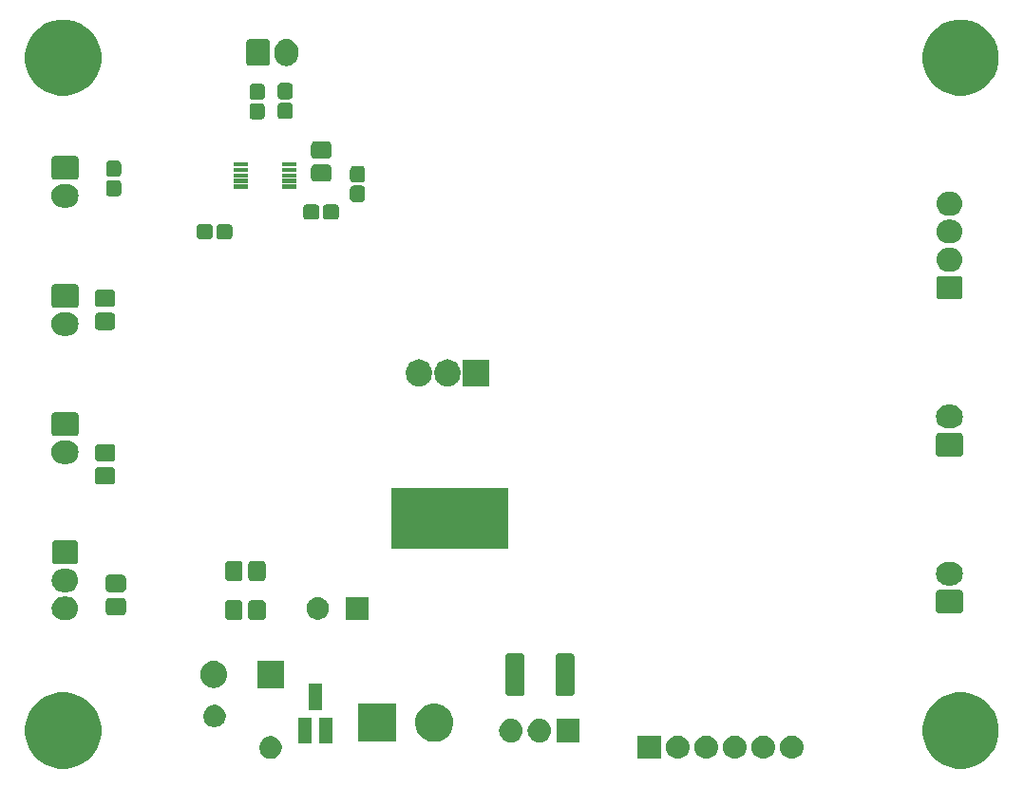
<source format=gbs>
G04 #@! TF.GenerationSoftware,KiCad,Pcbnew,5.0.2-bee76a0~70~ubuntu16.04.1*
G04 #@! TF.CreationDate,2019-01-02T19:21:14+00:00*
G04 #@! TF.ProjectId,stm32l053c,73746d33-326c-4303-9533-632e6b696361,rev?*
G04 #@! TF.SameCoordinates,Original*
G04 #@! TF.FileFunction,Soldermask,Bot*
G04 #@! TF.FilePolarity,Negative*
%FSLAX46Y46*%
G04 Gerber Fmt 4.6, Leading zero omitted, Abs format (unit mm)*
G04 Created by KiCad (PCBNEW 5.0.2-bee76a0~70~ubuntu16.04.1) date Wed 02 Jan 2019 19:21:14 GMT*
%MOMM*%
%LPD*%
G01*
G04 APERTURE LIST*
%ADD10C,0.101600*%
G04 APERTURE END LIST*
D10*
G36*
X170991743Y-114230660D02*
X171610504Y-114486959D01*
X172167374Y-114859048D01*
X172640952Y-115332626D01*
X173013041Y-115889496D01*
X173269340Y-116508257D01*
X173400000Y-117165129D01*
X173400000Y-117834871D01*
X173269340Y-118491743D01*
X173013041Y-119110504D01*
X172640952Y-119667374D01*
X172167374Y-120140952D01*
X171610504Y-120513041D01*
X170991743Y-120769340D01*
X170334871Y-120900000D01*
X169665129Y-120900000D01*
X169008257Y-120769340D01*
X168389496Y-120513041D01*
X167832626Y-120140952D01*
X167359048Y-119667374D01*
X166986959Y-119110504D01*
X166730660Y-118491743D01*
X166600000Y-117834871D01*
X166600000Y-117165129D01*
X166730660Y-116508257D01*
X166986959Y-115889496D01*
X167359048Y-115332626D01*
X167832626Y-114859048D01*
X168389496Y-114486959D01*
X169008257Y-114230660D01*
X169665129Y-114100000D01*
X170334871Y-114100000D01*
X170991743Y-114230660D01*
X170991743Y-114230660D01*
G37*
G36*
X90991743Y-114230660D02*
X91610504Y-114486959D01*
X92167374Y-114859048D01*
X92640952Y-115332626D01*
X93013041Y-115889496D01*
X93269340Y-116508257D01*
X93400000Y-117165129D01*
X93400000Y-117834871D01*
X93269340Y-118491743D01*
X93013041Y-119110504D01*
X92640952Y-119667374D01*
X92167374Y-120140952D01*
X91610504Y-120513041D01*
X90991743Y-120769340D01*
X90334871Y-120900000D01*
X89665129Y-120900000D01*
X89008257Y-120769340D01*
X88389496Y-120513041D01*
X87832626Y-120140952D01*
X87359048Y-119667374D01*
X86986959Y-119110504D01*
X86730660Y-118491743D01*
X86600000Y-117834871D01*
X86600000Y-117165129D01*
X86730660Y-116508257D01*
X86986959Y-115889496D01*
X87359048Y-115332626D01*
X87832626Y-114859048D01*
X88389496Y-114486959D01*
X89008257Y-114230660D01*
X89665129Y-114100000D01*
X90334871Y-114100000D01*
X90991743Y-114230660D01*
X90991743Y-114230660D01*
G37*
G36*
X150065836Y-117945193D02*
X150263762Y-118005233D01*
X150446171Y-118102733D01*
X150606054Y-118233946D01*
X150737267Y-118393829D01*
X150834767Y-118576238D01*
X150894807Y-118774164D01*
X150915080Y-118980000D01*
X150894807Y-119185836D01*
X150834767Y-119383762D01*
X150737267Y-119566171D01*
X150606054Y-119726054D01*
X150446171Y-119857267D01*
X150263762Y-119954767D01*
X150065836Y-120014807D01*
X149911578Y-120030000D01*
X149808422Y-120030000D01*
X149654164Y-120014807D01*
X149456238Y-119954767D01*
X149273829Y-119857267D01*
X149113946Y-119726054D01*
X148982733Y-119566171D01*
X148885233Y-119383762D01*
X148825193Y-119185836D01*
X148804920Y-118980000D01*
X148825193Y-118774164D01*
X148885233Y-118576238D01*
X148982733Y-118393829D01*
X149113946Y-118233946D01*
X149273829Y-118102733D01*
X149456238Y-118005233D01*
X149654164Y-117945193D01*
X149808422Y-117930000D01*
X149911578Y-117930000D01*
X150065836Y-117945193D01*
X150065836Y-117945193D01*
G37*
G36*
X152605836Y-117945193D02*
X152803762Y-118005233D01*
X152986171Y-118102733D01*
X153146054Y-118233946D01*
X153277267Y-118393829D01*
X153374767Y-118576238D01*
X153434807Y-118774164D01*
X153455080Y-118980000D01*
X153434807Y-119185836D01*
X153374767Y-119383762D01*
X153277267Y-119566171D01*
X153146054Y-119726054D01*
X152986171Y-119857267D01*
X152803762Y-119954767D01*
X152605836Y-120014807D01*
X152451578Y-120030000D01*
X152348422Y-120030000D01*
X152194164Y-120014807D01*
X151996238Y-119954767D01*
X151813829Y-119857267D01*
X151653946Y-119726054D01*
X151522733Y-119566171D01*
X151425233Y-119383762D01*
X151365193Y-119185836D01*
X151344920Y-118980000D01*
X151365193Y-118774164D01*
X151425233Y-118576238D01*
X151522733Y-118393829D01*
X151653946Y-118233946D01*
X151813829Y-118102733D01*
X151996238Y-118005233D01*
X152194164Y-117945193D01*
X152348422Y-117930000D01*
X152451578Y-117930000D01*
X152605836Y-117945193D01*
X152605836Y-117945193D01*
G37*
G36*
X155145836Y-117945193D02*
X155343762Y-118005233D01*
X155526171Y-118102733D01*
X155686054Y-118233946D01*
X155817267Y-118393829D01*
X155914767Y-118576238D01*
X155974807Y-118774164D01*
X155995080Y-118980000D01*
X155974807Y-119185836D01*
X155914767Y-119383762D01*
X155817267Y-119566171D01*
X155686054Y-119726054D01*
X155526171Y-119857267D01*
X155343762Y-119954767D01*
X155145836Y-120014807D01*
X154991578Y-120030000D01*
X154888422Y-120030000D01*
X154734164Y-120014807D01*
X154536238Y-119954767D01*
X154353829Y-119857267D01*
X154193946Y-119726054D01*
X154062733Y-119566171D01*
X153965233Y-119383762D01*
X153905193Y-119185836D01*
X153884920Y-118980000D01*
X153905193Y-118774164D01*
X153965233Y-118576238D01*
X154062733Y-118393829D01*
X154193946Y-118233946D01*
X154353829Y-118102733D01*
X154536238Y-118005233D01*
X154734164Y-117945193D01*
X154888422Y-117930000D01*
X154991578Y-117930000D01*
X155145836Y-117945193D01*
X155145836Y-117945193D01*
G37*
G36*
X144985836Y-117945193D02*
X145183762Y-118005233D01*
X145366171Y-118102733D01*
X145526054Y-118233946D01*
X145657267Y-118393829D01*
X145754767Y-118576238D01*
X145814807Y-118774164D01*
X145835080Y-118980000D01*
X145814807Y-119185836D01*
X145754767Y-119383762D01*
X145657267Y-119566171D01*
X145526054Y-119726054D01*
X145366171Y-119857267D01*
X145183762Y-119954767D01*
X144985836Y-120014807D01*
X144831578Y-120030000D01*
X144728422Y-120030000D01*
X144574164Y-120014807D01*
X144376238Y-119954767D01*
X144193829Y-119857267D01*
X144033946Y-119726054D01*
X143902733Y-119566171D01*
X143805233Y-119383762D01*
X143745193Y-119185836D01*
X143724920Y-118980000D01*
X143745193Y-118774164D01*
X143805233Y-118576238D01*
X143902733Y-118393829D01*
X144033946Y-118233946D01*
X144193829Y-118102733D01*
X144376238Y-118005233D01*
X144574164Y-117945193D01*
X144728422Y-117930000D01*
X144831578Y-117930000D01*
X144985836Y-117945193D01*
X144985836Y-117945193D01*
G37*
G36*
X143290000Y-120030000D02*
X141190000Y-120030000D01*
X141190000Y-117930000D01*
X143290000Y-117930000D01*
X143290000Y-120030000D01*
X143290000Y-120030000D01*
G37*
G36*
X147525836Y-117945193D02*
X147723762Y-118005233D01*
X147906171Y-118102733D01*
X148066054Y-118233946D01*
X148197267Y-118393829D01*
X148294767Y-118576238D01*
X148354807Y-118774164D01*
X148375080Y-118980000D01*
X148354807Y-119185836D01*
X148294767Y-119383762D01*
X148197267Y-119566171D01*
X148066054Y-119726054D01*
X147906171Y-119857267D01*
X147723762Y-119954767D01*
X147525836Y-120014807D01*
X147371578Y-120030000D01*
X147268422Y-120030000D01*
X147114164Y-120014807D01*
X146916238Y-119954767D01*
X146733829Y-119857267D01*
X146573946Y-119726054D01*
X146442733Y-119566171D01*
X146345233Y-119383762D01*
X146285193Y-119185836D01*
X146264920Y-118980000D01*
X146285193Y-118774164D01*
X146345233Y-118576238D01*
X146442733Y-118393829D01*
X146573946Y-118233946D01*
X146733829Y-118102733D01*
X146916238Y-118005233D01*
X147114164Y-117945193D01*
X147268422Y-117930000D01*
X147371578Y-117930000D01*
X147525836Y-117945193D01*
X147525836Y-117945193D01*
G37*
G36*
X108791689Y-118038429D02*
X108791692Y-118038430D01*
X108791691Y-118038430D01*
X108973678Y-118113811D01*
X109137462Y-118223248D01*
X109276752Y-118362538D01*
X109297659Y-118393828D01*
X109386189Y-118526322D01*
X109461571Y-118708311D01*
X109500000Y-118901509D01*
X109500000Y-119098491D01*
X109461571Y-119291689D01*
X109386189Y-119473678D01*
X109276751Y-119637463D01*
X109137463Y-119776751D01*
X108973678Y-119886189D01*
X108791689Y-119961571D01*
X108598491Y-120000000D01*
X108401509Y-120000000D01*
X108208311Y-119961571D01*
X108026322Y-119886189D01*
X107862537Y-119776751D01*
X107723249Y-119637463D01*
X107613811Y-119473678D01*
X107538429Y-119291689D01*
X107500000Y-119098491D01*
X107500000Y-118901509D01*
X107538429Y-118708311D01*
X107613811Y-118526322D01*
X107702341Y-118393828D01*
X107723248Y-118362538D01*
X107862538Y-118223248D01*
X108026322Y-118113811D01*
X108208309Y-118038430D01*
X108208308Y-118038430D01*
X108208311Y-118038429D01*
X108401509Y-118000000D01*
X108598491Y-118000000D01*
X108791689Y-118038429D01*
X108791689Y-118038429D01*
G37*
G36*
X112150000Y-118650000D02*
X110950000Y-118650000D01*
X110950000Y-116350000D01*
X112150000Y-116350000D01*
X112150000Y-118650000D01*
X112150000Y-118650000D01*
G37*
G36*
X114050000Y-118650000D02*
X112850000Y-118650000D01*
X112850000Y-116350000D01*
X114050000Y-116350000D01*
X114050000Y-118650000D01*
X114050000Y-118650000D01*
G37*
G36*
X130125836Y-116465193D02*
X130323762Y-116525233D01*
X130506171Y-116622733D01*
X130666054Y-116753946D01*
X130797267Y-116913829D01*
X130894767Y-117096238D01*
X130954807Y-117294164D01*
X130975080Y-117500000D01*
X130954807Y-117705836D01*
X130894767Y-117903762D01*
X130797267Y-118086171D01*
X130666054Y-118246054D01*
X130506171Y-118377267D01*
X130323762Y-118474767D01*
X130125836Y-118534807D01*
X129971578Y-118550000D01*
X129868422Y-118550000D01*
X129714164Y-118534807D01*
X129516238Y-118474767D01*
X129333829Y-118377267D01*
X129173946Y-118246054D01*
X129042733Y-118086171D01*
X128945233Y-117903762D01*
X128885193Y-117705836D01*
X128864920Y-117500000D01*
X128885193Y-117294164D01*
X128945233Y-117096238D01*
X129042733Y-116913829D01*
X129173946Y-116753946D01*
X129333829Y-116622733D01*
X129516238Y-116525233D01*
X129714164Y-116465193D01*
X129868422Y-116450000D01*
X129971578Y-116450000D01*
X130125836Y-116465193D01*
X130125836Y-116465193D01*
G37*
G36*
X132665836Y-116465193D02*
X132863762Y-116525233D01*
X133046171Y-116622733D01*
X133206054Y-116753946D01*
X133337267Y-116913829D01*
X133434767Y-117096238D01*
X133494807Y-117294164D01*
X133515080Y-117500000D01*
X133494807Y-117705836D01*
X133434767Y-117903762D01*
X133337267Y-118086171D01*
X133206054Y-118246054D01*
X133046171Y-118377267D01*
X132863762Y-118474767D01*
X132665836Y-118534807D01*
X132511578Y-118550000D01*
X132408422Y-118550000D01*
X132254164Y-118534807D01*
X132056238Y-118474767D01*
X131873829Y-118377267D01*
X131713946Y-118246054D01*
X131582733Y-118086171D01*
X131485233Y-117903762D01*
X131425193Y-117705836D01*
X131404920Y-117500000D01*
X131425193Y-117294164D01*
X131485233Y-117096238D01*
X131582733Y-116913829D01*
X131713946Y-116753946D01*
X131873829Y-116622733D01*
X132056238Y-116525233D01*
X132254164Y-116465193D01*
X132408422Y-116450000D01*
X132511578Y-116450000D01*
X132665836Y-116465193D01*
X132665836Y-116465193D01*
G37*
G36*
X136050000Y-118550000D02*
X133950000Y-118550000D01*
X133950000Y-116450000D01*
X136050000Y-116450000D01*
X136050000Y-118550000D01*
X136050000Y-118550000D01*
G37*
G36*
X119700000Y-118500000D02*
X116300000Y-118500000D01*
X116300000Y-115100000D01*
X119700000Y-115100000D01*
X119700000Y-118500000D01*
X119700000Y-118500000D01*
G37*
G36*
X123575873Y-115165330D02*
X123752352Y-115238430D01*
X123885252Y-115293479D01*
X124163687Y-115479523D01*
X124400477Y-115716313D01*
X124516194Y-115889496D01*
X124586521Y-115994748D01*
X124714670Y-116304127D01*
X124743686Y-116450000D01*
X124780000Y-116632565D01*
X124780000Y-116967435D01*
X124714670Y-117295872D01*
X124586521Y-117605252D01*
X124400477Y-117883687D01*
X124163687Y-118120477D01*
X123993868Y-118233946D01*
X123885252Y-118306521D01*
X123575873Y-118434670D01*
X123247435Y-118500000D01*
X122912565Y-118500000D01*
X122584127Y-118434670D01*
X122274748Y-118306521D01*
X122166132Y-118233946D01*
X121996313Y-118120477D01*
X121759523Y-117883687D01*
X121573479Y-117605252D01*
X121445330Y-117295872D01*
X121380000Y-116967435D01*
X121380000Y-116632565D01*
X121416314Y-116450000D01*
X121445330Y-116304127D01*
X121573479Y-115994748D01*
X121643806Y-115889496D01*
X121759523Y-115716313D01*
X121996313Y-115479523D01*
X122274748Y-115293479D01*
X122407648Y-115238430D01*
X122584127Y-115165330D01*
X122912565Y-115100000D01*
X123247435Y-115100000D01*
X123575873Y-115165330D01*
X123575873Y-115165330D01*
G37*
G36*
X103791689Y-115238429D02*
X103973678Y-115313811D01*
X104137463Y-115423249D01*
X104276751Y-115562537D01*
X104386189Y-115726322D01*
X104461571Y-115908311D01*
X104500000Y-116101509D01*
X104500000Y-116298491D01*
X104461571Y-116491689D01*
X104461570Y-116491691D01*
X104386189Y-116673678D01*
X104332556Y-116753946D01*
X104276751Y-116837463D01*
X104137463Y-116976751D01*
X103973678Y-117086189D01*
X103791689Y-117161571D01*
X103598491Y-117200000D01*
X103401509Y-117200000D01*
X103208311Y-117161571D01*
X103026322Y-117086189D01*
X102862537Y-116976751D01*
X102723249Y-116837463D01*
X102667445Y-116753946D01*
X102613811Y-116673678D01*
X102538430Y-116491691D01*
X102538429Y-116491689D01*
X102500000Y-116298491D01*
X102500000Y-116101509D01*
X102538429Y-115908311D01*
X102613811Y-115726322D01*
X102723249Y-115562537D01*
X102862537Y-115423249D01*
X103026322Y-115313811D01*
X103208311Y-115238429D01*
X103401509Y-115200000D01*
X103598491Y-115200000D01*
X103791689Y-115238429D01*
X103791689Y-115238429D01*
G37*
G36*
X113100000Y-115650000D02*
X111900000Y-115650000D01*
X111900000Y-113350000D01*
X113100000Y-113350000D01*
X113100000Y-115650000D01*
X113100000Y-115650000D01*
G37*
G36*
X135324221Y-110606106D02*
X135382633Y-110623825D01*
X135436476Y-110652605D01*
X135483667Y-110691333D01*
X135522395Y-110738524D01*
X135551175Y-110792367D01*
X135568894Y-110850779D01*
X135575000Y-110912772D01*
X135575000Y-114087228D01*
X135568894Y-114149221D01*
X135551175Y-114207633D01*
X135522395Y-114261476D01*
X135483667Y-114308667D01*
X135436476Y-114347395D01*
X135382633Y-114376175D01*
X135324221Y-114393894D01*
X135262228Y-114400000D01*
X134187772Y-114400000D01*
X134125779Y-114393894D01*
X134067367Y-114376175D01*
X134013524Y-114347395D01*
X133966333Y-114308667D01*
X133927605Y-114261476D01*
X133898825Y-114207633D01*
X133881106Y-114149221D01*
X133875000Y-114087228D01*
X133875000Y-110912772D01*
X133881106Y-110850779D01*
X133898825Y-110792367D01*
X133927605Y-110738524D01*
X133966333Y-110691333D01*
X134013524Y-110652605D01*
X134067367Y-110623825D01*
X134125779Y-110606106D01*
X134187772Y-110600000D01*
X135262228Y-110600000D01*
X135324221Y-110606106D01*
X135324221Y-110606106D01*
G37*
G36*
X130874221Y-110606106D02*
X130932633Y-110623825D01*
X130986476Y-110652605D01*
X131033667Y-110691333D01*
X131072395Y-110738524D01*
X131101175Y-110792367D01*
X131118894Y-110850779D01*
X131125000Y-110912772D01*
X131125000Y-114087228D01*
X131118894Y-114149221D01*
X131101175Y-114207633D01*
X131072395Y-114261476D01*
X131033667Y-114308667D01*
X130986476Y-114347395D01*
X130932633Y-114376175D01*
X130874221Y-114393894D01*
X130812228Y-114400000D01*
X129737772Y-114400000D01*
X129675779Y-114393894D01*
X129617367Y-114376175D01*
X129563524Y-114347395D01*
X129516333Y-114308667D01*
X129477605Y-114261476D01*
X129448825Y-114207633D01*
X129431106Y-114149221D01*
X129425000Y-114087228D01*
X129425000Y-110912772D01*
X129431106Y-110850779D01*
X129448825Y-110792367D01*
X129477605Y-110738524D01*
X129516333Y-110691333D01*
X129563524Y-110652605D01*
X129617367Y-110623825D01*
X129675779Y-110606106D01*
X129737772Y-110600000D01*
X130812228Y-110600000D01*
X130874221Y-110606106D01*
X130874221Y-110606106D01*
G37*
G36*
X103655241Y-111317363D02*
X103655244Y-111317364D01*
X103655245Y-111317364D01*
X103881439Y-111385979D01*
X103940626Y-111417615D01*
X104089910Y-111497409D01*
X104272634Y-111647366D01*
X104422591Y-111830090D01*
X104502385Y-111979374D01*
X104534021Y-112038561D01*
X104602636Y-112264755D01*
X104602637Y-112264759D01*
X104625806Y-112500000D01*
X104602637Y-112735241D01*
X104602636Y-112735244D01*
X104602636Y-112735245D01*
X104534021Y-112961439D01*
X104534019Y-112961442D01*
X104422591Y-113169910D01*
X104272634Y-113352634D01*
X104089910Y-113502591D01*
X103940626Y-113582385D01*
X103881439Y-113614021D01*
X103655245Y-113682636D01*
X103655244Y-113682636D01*
X103655241Y-113682637D01*
X103478950Y-113700000D01*
X103361050Y-113700000D01*
X103184759Y-113682637D01*
X103184756Y-113682636D01*
X103184755Y-113682636D01*
X102958561Y-113614021D01*
X102899374Y-113582385D01*
X102750090Y-113502591D01*
X102567366Y-113352634D01*
X102417409Y-113169910D01*
X102305981Y-112961442D01*
X102305979Y-112961439D01*
X102237364Y-112735245D01*
X102237364Y-112735244D01*
X102237363Y-112735241D01*
X102214194Y-112500000D01*
X102237363Y-112264759D01*
X102237364Y-112264755D01*
X102305979Y-112038561D01*
X102337615Y-111979374D01*
X102417409Y-111830090D01*
X102567366Y-111647366D01*
X102750090Y-111497409D01*
X102899374Y-111417615D01*
X102958561Y-111385979D01*
X103184755Y-111317364D01*
X103184756Y-111317364D01*
X103184759Y-111317363D01*
X103361050Y-111300000D01*
X103478950Y-111300000D01*
X103655241Y-111317363D01*
X103655241Y-111317363D01*
G37*
G36*
X109700000Y-113700000D02*
X107300000Y-113700000D01*
X107300000Y-111300000D01*
X109700000Y-111300000D01*
X109700000Y-113700000D01*
X109700000Y-113700000D01*
G37*
G36*
X107790135Y-105856322D02*
X107850666Y-105874684D01*
X107906460Y-105904507D01*
X107955361Y-105944639D01*
X107995493Y-105993540D01*
X108025316Y-106049334D01*
X108043678Y-106109865D01*
X108050000Y-106174057D01*
X108050000Y-107325943D01*
X108043678Y-107390135D01*
X108025316Y-107450666D01*
X107995493Y-107506460D01*
X107955361Y-107555361D01*
X107906460Y-107595493D01*
X107850666Y-107625316D01*
X107790135Y-107643678D01*
X107725943Y-107650000D01*
X106824057Y-107650000D01*
X106759865Y-107643678D01*
X106699334Y-107625316D01*
X106643540Y-107595493D01*
X106594639Y-107555361D01*
X106554507Y-107506460D01*
X106524684Y-107450666D01*
X106506322Y-107390135D01*
X106500000Y-107325943D01*
X106500000Y-106174057D01*
X106506322Y-106109865D01*
X106524684Y-106049334D01*
X106554507Y-105993540D01*
X106594639Y-105944639D01*
X106643540Y-105904507D01*
X106699334Y-105874684D01*
X106759865Y-105856322D01*
X106824057Y-105850000D01*
X107725943Y-105850000D01*
X107790135Y-105856322D01*
X107790135Y-105856322D01*
G37*
G36*
X90500836Y-105565193D02*
X90698762Y-105625233D01*
X90881171Y-105722733D01*
X91041054Y-105853946D01*
X91172267Y-106013829D01*
X91269767Y-106196238D01*
X91329807Y-106394164D01*
X91350080Y-106600000D01*
X91329807Y-106805836D01*
X91269767Y-107003762D01*
X91172267Y-107186171D01*
X91041054Y-107346054D01*
X90881171Y-107477267D01*
X90698762Y-107574767D01*
X90500836Y-107634807D01*
X90346578Y-107650000D01*
X89993422Y-107650000D01*
X89839164Y-107634807D01*
X89641238Y-107574767D01*
X89458829Y-107477267D01*
X89298946Y-107346054D01*
X89167733Y-107186171D01*
X89070233Y-107003762D01*
X89010193Y-106805836D01*
X88989920Y-106600000D01*
X89010193Y-106394164D01*
X89070233Y-106196238D01*
X89167733Y-106013829D01*
X89298946Y-105853946D01*
X89458829Y-105722733D01*
X89641238Y-105625233D01*
X89839164Y-105565193D01*
X89993422Y-105550000D01*
X90346578Y-105550000D01*
X90500836Y-105565193D01*
X90500836Y-105565193D01*
G37*
G36*
X105740135Y-105856322D02*
X105800666Y-105874684D01*
X105856460Y-105904507D01*
X105905361Y-105944639D01*
X105945493Y-105993540D01*
X105975316Y-106049334D01*
X105993678Y-106109865D01*
X106000000Y-106174057D01*
X106000000Y-107325943D01*
X105993678Y-107390135D01*
X105975316Y-107450666D01*
X105945493Y-107506460D01*
X105905361Y-107555361D01*
X105856460Y-107595493D01*
X105800666Y-107625316D01*
X105740135Y-107643678D01*
X105675943Y-107650000D01*
X104774057Y-107650000D01*
X104709865Y-107643678D01*
X104649334Y-107625316D01*
X104593540Y-107595493D01*
X104544639Y-107555361D01*
X104504507Y-107506460D01*
X104474684Y-107450666D01*
X104456322Y-107390135D01*
X104450000Y-107325943D01*
X104450000Y-106174057D01*
X104456322Y-106109865D01*
X104474684Y-106049334D01*
X104504507Y-105993540D01*
X104544639Y-105944639D01*
X104593540Y-105904507D01*
X104649334Y-105874684D01*
X104709865Y-105856322D01*
X104774057Y-105850000D01*
X105675943Y-105850000D01*
X105740135Y-105856322D01*
X105740135Y-105856322D01*
G37*
G36*
X112991689Y-105638429D02*
X113081546Y-105675649D01*
X113173678Y-105713811D01*
X113337462Y-105823248D01*
X113476752Y-105962538D01*
X113534747Y-106049334D01*
X113586189Y-106126322D01*
X113661571Y-106308311D01*
X113700000Y-106501509D01*
X113700000Y-106698491D01*
X113661571Y-106891689D01*
X113595997Y-107050000D01*
X113586189Y-107073678D01*
X113476752Y-107237462D01*
X113337462Y-107376752D01*
X113239825Y-107441991D01*
X113173678Y-107486189D01*
X112991689Y-107561571D01*
X112798491Y-107600000D01*
X112601509Y-107600000D01*
X112408311Y-107561571D01*
X112226322Y-107486189D01*
X112160175Y-107441991D01*
X112062538Y-107376752D01*
X111923248Y-107237462D01*
X111813811Y-107073678D01*
X111804003Y-107050000D01*
X111738429Y-106891689D01*
X111700000Y-106698491D01*
X111700000Y-106501509D01*
X111738429Y-106308311D01*
X111813811Y-106126322D01*
X111865253Y-106049334D01*
X111923248Y-105962538D01*
X112062538Y-105823248D01*
X112226322Y-105713811D01*
X112318454Y-105675649D01*
X112408311Y-105638429D01*
X112601509Y-105600000D01*
X112798491Y-105600000D01*
X112991689Y-105638429D01*
X112991689Y-105638429D01*
G37*
G36*
X117200000Y-107600000D02*
X115200000Y-107600000D01*
X115200000Y-105600000D01*
X117200000Y-105600000D01*
X117200000Y-107600000D01*
X117200000Y-107600000D01*
G37*
G36*
X95340135Y-105656322D02*
X95400666Y-105674684D01*
X95456460Y-105704507D01*
X95505361Y-105744639D01*
X95545493Y-105793540D01*
X95575316Y-105849334D01*
X95593678Y-105909865D01*
X95600000Y-105974057D01*
X95600000Y-106875943D01*
X95593678Y-106940135D01*
X95575316Y-107000666D01*
X95545493Y-107056460D01*
X95505361Y-107105361D01*
X95456460Y-107145493D01*
X95400666Y-107175316D01*
X95340135Y-107193678D01*
X95275943Y-107200000D01*
X94124057Y-107200000D01*
X94059865Y-107193678D01*
X93999334Y-107175316D01*
X93943540Y-107145493D01*
X93894639Y-107105361D01*
X93854507Y-107056460D01*
X93824684Y-107000666D01*
X93806322Y-106940135D01*
X93800000Y-106875943D01*
X93800000Y-105974057D01*
X93806322Y-105909865D01*
X93824684Y-105849334D01*
X93854507Y-105793540D01*
X93894639Y-105744639D01*
X93943540Y-105704507D01*
X93999334Y-105674684D01*
X94059865Y-105656322D01*
X94124057Y-105650000D01*
X95275943Y-105650000D01*
X95340135Y-105656322D01*
X95340135Y-105656322D01*
G37*
G36*
X169965606Y-104955714D02*
X170020208Y-104972277D01*
X170070526Y-104999173D01*
X170114631Y-105035369D01*
X170150827Y-105079474D01*
X170177723Y-105129792D01*
X170194286Y-105184394D01*
X170200000Y-105242408D01*
X170200000Y-106757592D01*
X170194286Y-106815606D01*
X170177723Y-106870208D01*
X170150827Y-106920526D01*
X170114631Y-106964631D01*
X170070526Y-107000827D01*
X170020208Y-107027723D01*
X169965606Y-107044286D01*
X169907592Y-107050000D01*
X168092408Y-107050000D01*
X168034394Y-107044286D01*
X167979792Y-107027723D01*
X167929474Y-107000827D01*
X167885369Y-106964631D01*
X167849173Y-106920526D01*
X167822277Y-106870208D01*
X167805714Y-106815606D01*
X167800000Y-106757592D01*
X167800000Y-105242408D01*
X167805714Y-105184394D01*
X167822277Y-105129792D01*
X167849173Y-105079474D01*
X167885369Y-105035369D01*
X167929474Y-104999173D01*
X167979792Y-104972277D01*
X168034394Y-104955714D01*
X168092408Y-104950000D01*
X169907592Y-104950000D01*
X169965606Y-104955714D01*
X169965606Y-104955714D01*
G37*
G36*
X95340135Y-103606322D02*
X95400666Y-103624684D01*
X95456460Y-103654507D01*
X95505361Y-103694639D01*
X95545493Y-103743540D01*
X95575316Y-103799334D01*
X95593678Y-103859865D01*
X95600000Y-103924057D01*
X95600000Y-104825943D01*
X95593678Y-104890135D01*
X95575316Y-104950666D01*
X95545493Y-105006460D01*
X95505361Y-105055361D01*
X95456460Y-105095493D01*
X95400666Y-105125316D01*
X95340135Y-105143678D01*
X95275943Y-105150000D01*
X94124057Y-105150000D01*
X94059865Y-105143678D01*
X93999334Y-105125316D01*
X93943540Y-105095493D01*
X93894639Y-105055361D01*
X93854507Y-105006460D01*
X93824684Y-104950666D01*
X93806322Y-104890135D01*
X93800000Y-104825943D01*
X93800000Y-103924057D01*
X93806322Y-103859865D01*
X93824684Y-103799334D01*
X93854507Y-103743540D01*
X93894639Y-103694639D01*
X93943540Y-103654507D01*
X93999334Y-103624684D01*
X94059865Y-103606322D01*
X94124057Y-103600000D01*
X95275943Y-103600000D01*
X95340135Y-103606322D01*
X95340135Y-103606322D01*
G37*
G36*
X90500836Y-103065193D02*
X90698762Y-103125233D01*
X90881171Y-103222733D01*
X91041054Y-103353946D01*
X91172267Y-103513829D01*
X91269767Y-103696238D01*
X91329807Y-103894164D01*
X91350080Y-104100000D01*
X91329807Y-104305836D01*
X91269767Y-104503762D01*
X91172267Y-104686171D01*
X91041054Y-104846054D01*
X90881171Y-104977267D01*
X90698762Y-105074767D01*
X90500836Y-105134807D01*
X90346578Y-105150000D01*
X89993422Y-105150000D01*
X89839164Y-105134807D01*
X89641238Y-105074767D01*
X89458829Y-104977267D01*
X89298946Y-104846054D01*
X89167733Y-104686171D01*
X89070233Y-104503762D01*
X89010193Y-104305836D01*
X88989920Y-104100000D01*
X89010193Y-103894164D01*
X89070233Y-103696238D01*
X89167733Y-103513829D01*
X89298946Y-103353946D01*
X89458829Y-103222733D01*
X89641238Y-103125233D01*
X89839164Y-103065193D01*
X89993422Y-103050000D01*
X90346578Y-103050000D01*
X90500836Y-103065193D01*
X90500836Y-103065193D01*
G37*
G36*
X169355836Y-102465193D02*
X169553762Y-102525233D01*
X169736171Y-102622733D01*
X169896054Y-102753946D01*
X170027267Y-102913829D01*
X170124767Y-103096238D01*
X170184807Y-103294164D01*
X170205080Y-103500000D01*
X170184807Y-103705836D01*
X170124767Y-103903762D01*
X170027267Y-104086171D01*
X169896054Y-104246054D01*
X169736171Y-104377267D01*
X169553762Y-104474767D01*
X169355836Y-104534807D01*
X169201578Y-104550000D01*
X168798422Y-104550000D01*
X168644164Y-104534807D01*
X168446238Y-104474767D01*
X168263829Y-104377267D01*
X168103946Y-104246054D01*
X167972733Y-104086171D01*
X167875233Y-103903762D01*
X167815193Y-103705836D01*
X167794920Y-103500000D01*
X167815193Y-103294164D01*
X167875233Y-103096238D01*
X167972733Y-102913829D01*
X168103946Y-102753946D01*
X168263829Y-102622733D01*
X168446238Y-102525233D01*
X168644164Y-102465193D01*
X168798422Y-102450000D01*
X169201578Y-102450000D01*
X169355836Y-102465193D01*
X169355836Y-102465193D01*
G37*
G36*
X107790135Y-102356322D02*
X107850666Y-102374684D01*
X107906460Y-102404507D01*
X107955361Y-102444639D01*
X107995493Y-102493540D01*
X108025316Y-102549334D01*
X108043678Y-102609865D01*
X108050000Y-102674057D01*
X108050000Y-103825943D01*
X108043678Y-103890135D01*
X108025316Y-103950666D01*
X107995493Y-104006460D01*
X107955361Y-104055361D01*
X107906460Y-104095493D01*
X107850666Y-104125316D01*
X107790135Y-104143678D01*
X107725943Y-104150000D01*
X106824057Y-104150000D01*
X106759865Y-104143678D01*
X106699334Y-104125316D01*
X106643540Y-104095493D01*
X106594639Y-104055361D01*
X106554507Y-104006460D01*
X106524684Y-103950666D01*
X106506322Y-103890135D01*
X106500000Y-103825943D01*
X106500000Y-102674057D01*
X106506322Y-102609865D01*
X106524684Y-102549334D01*
X106554507Y-102493540D01*
X106594639Y-102444639D01*
X106643540Y-102404507D01*
X106699334Y-102374684D01*
X106759865Y-102356322D01*
X106824057Y-102350000D01*
X107725943Y-102350000D01*
X107790135Y-102356322D01*
X107790135Y-102356322D01*
G37*
G36*
X105740135Y-102356322D02*
X105800666Y-102374684D01*
X105856460Y-102404507D01*
X105905361Y-102444639D01*
X105945493Y-102493540D01*
X105975316Y-102549334D01*
X105993678Y-102609865D01*
X106000000Y-102674057D01*
X106000000Y-103825943D01*
X105993678Y-103890135D01*
X105975316Y-103950666D01*
X105945493Y-104006460D01*
X105905361Y-104055361D01*
X105856460Y-104095493D01*
X105800666Y-104125316D01*
X105740135Y-104143678D01*
X105675943Y-104150000D01*
X104774057Y-104150000D01*
X104709865Y-104143678D01*
X104649334Y-104125316D01*
X104593540Y-104095493D01*
X104544639Y-104055361D01*
X104504507Y-104006460D01*
X104474684Y-103950666D01*
X104456322Y-103890135D01*
X104450000Y-103825943D01*
X104450000Y-102674057D01*
X104456322Y-102609865D01*
X104474684Y-102549334D01*
X104504507Y-102493540D01*
X104544639Y-102444639D01*
X104593540Y-102404507D01*
X104649334Y-102374684D01*
X104709865Y-102356322D01*
X104774057Y-102350000D01*
X105675943Y-102350000D01*
X105740135Y-102356322D01*
X105740135Y-102356322D01*
G37*
G36*
X91110606Y-100555714D02*
X91165208Y-100572277D01*
X91215526Y-100599173D01*
X91259631Y-100635369D01*
X91295827Y-100679474D01*
X91322723Y-100729792D01*
X91339286Y-100784394D01*
X91345000Y-100842408D01*
X91345000Y-102357592D01*
X91339286Y-102415606D01*
X91322723Y-102470208D01*
X91295827Y-102520526D01*
X91259631Y-102564631D01*
X91215526Y-102600827D01*
X91165208Y-102627723D01*
X91110606Y-102644286D01*
X91052592Y-102650000D01*
X89287408Y-102650000D01*
X89229394Y-102644286D01*
X89174792Y-102627723D01*
X89124474Y-102600827D01*
X89080369Y-102564631D01*
X89044173Y-102520526D01*
X89017277Y-102470208D01*
X89000714Y-102415606D01*
X88995000Y-102357592D01*
X88995000Y-100842408D01*
X89000714Y-100784394D01*
X89017277Y-100729792D01*
X89044173Y-100679474D01*
X89080369Y-100635369D01*
X89124474Y-100599173D01*
X89174792Y-100572277D01*
X89229394Y-100555714D01*
X89287408Y-100550000D01*
X91052592Y-100550000D01*
X91110606Y-100555714D01*
X91110606Y-100555714D01*
G37*
G36*
X129660000Y-101270000D02*
X119260000Y-101270000D01*
X119260000Y-95870000D01*
X129660000Y-95870000D01*
X129660000Y-101270000D01*
X129660000Y-101270000D01*
G37*
G36*
X94390135Y-94006322D02*
X94450666Y-94024684D01*
X94506460Y-94054507D01*
X94555361Y-94094639D01*
X94595493Y-94143540D01*
X94625316Y-94199334D01*
X94643678Y-94259865D01*
X94650000Y-94324057D01*
X94650000Y-95225943D01*
X94643678Y-95290135D01*
X94625316Y-95350666D01*
X94595493Y-95406460D01*
X94555361Y-95455361D01*
X94506460Y-95495493D01*
X94450666Y-95525316D01*
X94390135Y-95543678D01*
X94325943Y-95550000D01*
X93174057Y-95550000D01*
X93109865Y-95543678D01*
X93049334Y-95525316D01*
X92993540Y-95495493D01*
X92944639Y-95455361D01*
X92904507Y-95406460D01*
X92874684Y-95350666D01*
X92856322Y-95290135D01*
X92850000Y-95225943D01*
X92850000Y-94324057D01*
X92856322Y-94259865D01*
X92874684Y-94199334D01*
X92904507Y-94143540D01*
X92944639Y-94094639D01*
X92993540Y-94054507D01*
X93049334Y-94024684D01*
X93109865Y-94006322D01*
X93174057Y-94000000D01*
X94325943Y-94000000D01*
X94390135Y-94006322D01*
X94390135Y-94006322D01*
G37*
G36*
X90525836Y-91635193D02*
X90723762Y-91695233D01*
X90906171Y-91792733D01*
X91066054Y-91923946D01*
X91197267Y-92083829D01*
X91294767Y-92266238D01*
X91354807Y-92464164D01*
X91375080Y-92670000D01*
X91354807Y-92875836D01*
X91294767Y-93073762D01*
X91197267Y-93256171D01*
X91066054Y-93416054D01*
X90906171Y-93547267D01*
X90723762Y-93644767D01*
X90525836Y-93704807D01*
X90371578Y-93720000D01*
X89968422Y-93720000D01*
X89814164Y-93704807D01*
X89616238Y-93644767D01*
X89433829Y-93547267D01*
X89273946Y-93416054D01*
X89142733Y-93256171D01*
X89045233Y-93073762D01*
X88985193Y-92875836D01*
X88964920Y-92670000D01*
X88985193Y-92464164D01*
X89045233Y-92266238D01*
X89142733Y-92083829D01*
X89273946Y-91923946D01*
X89433829Y-91792733D01*
X89616238Y-91695233D01*
X89814164Y-91635193D01*
X89968422Y-91620000D01*
X90371578Y-91620000D01*
X90525836Y-91635193D01*
X90525836Y-91635193D01*
G37*
G36*
X94390135Y-91956322D02*
X94450666Y-91974684D01*
X94506460Y-92004507D01*
X94555361Y-92044639D01*
X94595493Y-92093540D01*
X94625316Y-92149334D01*
X94643678Y-92209865D01*
X94650000Y-92274057D01*
X94650000Y-93175943D01*
X94643678Y-93240135D01*
X94625316Y-93300666D01*
X94595493Y-93356460D01*
X94555361Y-93405361D01*
X94506460Y-93445493D01*
X94450666Y-93475316D01*
X94390135Y-93493678D01*
X94325943Y-93500000D01*
X93174057Y-93500000D01*
X93109865Y-93493678D01*
X93049334Y-93475316D01*
X92993540Y-93445493D01*
X92944639Y-93405361D01*
X92904507Y-93356460D01*
X92874684Y-93300666D01*
X92856322Y-93240135D01*
X92850000Y-93175943D01*
X92850000Y-92274057D01*
X92856322Y-92209865D01*
X92874684Y-92149334D01*
X92904507Y-92093540D01*
X92944639Y-92044639D01*
X92993540Y-92004507D01*
X93049334Y-91974684D01*
X93109865Y-91956322D01*
X93174057Y-91950000D01*
X94325943Y-91950000D01*
X94390135Y-91956322D01*
X94390135Y-91956322D01*
G37*
G36*
X169965606Y-90955714D02*
X170020208Y-90972277D01*
X170070526Y-90999173D01*
X170114631Y-91035369D01*
X170150827Y-91079474D01*
X170177723Y-91129792D01*
X170194286Y-91184394D01*
X170200000Y-91242408D01*
X170200000Y-92757592D01*
X170194286Y-92815606D01*
X170177723Y-92870208D01*
X170150827Y-92920526D01*
X170114631Y-92964631D01*
X170070526Y-93000827D01*
X170020208Y-93027723D01*
X169965606Y-93044286D01*
X169907592Y-93050000D01*
X168092408Y-93050000D01*
X168034394Y-93044286D01*
X167979792Y-93027723D01*
X167929474Y-93000827D01*
X167885369Y-92964631D01*
X167849173Y-92920526D01*
X167822277Y-92870208D01*
X167805714Y-92815606D01*
X167800000Y-92757592D01*
X167800000Y-91242408D01*
X167805714Y-91184394D01*
X167822277Y-91129792D01*
X167849173Y-91079474D01*
X167885369Y-91035369D01*
X167929474Y-90999173D01*
X167979792Y-90972277D01*
X168034394Y-90955714D01*
X168092408Y-90950000D01*
X169907592Y-90950000D01*
X169965606Y-90955714D01*
X169965606Y-90955714D01*
G37*
G36*
X91135606Y-89125714D02*
X91190208Y-89142277D01*
X91240526Y-89169173D01*
X91284631Y-89205369D01*
X91320827Y-89249474D01*
X91347723Y-89299792D01*
X91364286Y-89354394D01*
X91370000Y-89412408D01*
X91370000Y-90927592D01*
X91364286Y-90985606D01*
X91347723Y-91040208D01*
X91320827Y-91090526D01*
X91284631Y-91134631D01*
X91240526Y-91170827D01*
X91190208Y-91197723D01*
X91135606Y-91214286D01*
X91077592Y-91220000D01*
X89262408Y-91220000D01*
X89204394Y-91214286D01*
X89149792Y-91197723D01*
X89099474Y-91170827D01*
X89055369Y-91134631D01*
X89019173Y-91090526D01*
X88992277Y-91040208D01*
X88975714Y-90985606D01*
X88970000Y-90927592D01*
X88970000Y-89412408D01*
X88975714Y-89354394D01*
X88992277Y-89299792D01*
X89019173Y-89249474D01*
X89055369Y-89205369D01*
X89099474Y-89169173D01*
X89149792Y-89142277D01*
X89204394Y-89125714D01*
X89262408Y-89120000D01*
X91077592Y-89120000D01*
X91135606Y-89125714D01*
X91135606Y-89125714D01*
G37*
G36*
X169355836Y-88465193D02*
X169553762Y-88525233D01*
X169736171Y-88622733D01*
X169896054Y-88753946D01*
X170027267Y-88913829D01*
X170124767Y-89096238D01*
X170184807Y-89294164D01*
X170205080Y-89500000D01*
X170184807Y-89705836D01*
X170124767Y-89903762D01*
X170027267Y-90086171D01*
X169896054Y-90246054D01*
X169736171Y-90377267D01*
X169553762Y-90474767D01*
X169355836Y-90534807D01*
X169201578Y-90550000D01*
X168798422Y-90550000D01*
X168644164Y-90534807D01*
X168446238Y-90474767D01*
X168263829Y-90377267D01*
X168103946Y-90246054D01*
X167972733Y-90086171D01*
X167875233Y-89903762D01*
X167815193Y-89705836D01*
X167794920Y-89500000D01*
X167815193Y-89294164D01*
X167875233Y-89096238D01*
X167972733Y-88913829D01*
X168103946Y-88753946D01*
X168263829Y-88622733D01*
X168446238Y-88525233D01*
X168644164Y-88465193D01*
X168798422Y-88450000D01*
X169201578Y-88450000D01*
X169355836Y-88465193D01*
X169355836Y-88465193D01*
G37*
G36*
X124485929Y-84416676D02*
X124703176Y-84482577D01*
X124903393Y-84589595D01*
X124965609Y-84640655D01*
X125078884Y-84733616D01*
X125171845Y-84846892D01*
X125222905Y-84909108D01*
X125329923Y-85109325D01*
X125395824Y-85326572D01*
X125412500Y-85495887D01*
X125412500Y-85704114D01*
X125395824Y-85873429D01*
X125329923Y-86090676D01*
X125222905Y-86290893D01*
X125171845Y-86353109D01*
X125078884Y-86466384D01*
X124965608Y-86559345D01*
X124903392Y-86610405D01*
X124703175Y-86717423D01*
X124485928Y-86783324D01*
X124260000Y-86805576D01*
X124034071Y-86783324D01*
X123816824Y-86717423D01*
X123616607Y-86610405D01*
X123554391Y-86559345D01*
X123441116Y-86466384D01*
X123348155Y-86353108D01*
X123297095Y-86290892D01*
X123190077Y-86090675D01*
X123124176Y-85873428D01*
X123107500Y-85704113D01*
X123107500Y-85495886D01*
X123124176Y-85326571D01*
X123190077Y-85109324D01*
X123297095Y-84909107D01*
X123348155Y-84846891D01*
X123441116Y-84733616D01*
X123554392Y-84640655D01*
X123616608Y-84589595D01*
X123816825Y-84482577D01*
X124034072Y-84416676D01*
X124260000Y-84394424D01*
X124485929Y-84416676D01*
X124485929Y-84416676D01*
G37*
G36*
X121945929Y-84416676D02*
X122163176Y-84482577D01*
X122363393Y-84589595D01*
X122425609Y-84640655D01*
X122538884Y-84733616D01*
X122631845Y-84846892D01*
X122682905Y-84909108D01*
X122789923Y-85109325D01*
X122855824Y-85326572D01*
X122872500Y-85495887D01*
X122872500Y-85704114D01*
X122855824Y-85873429D01*
X122789923Y-86090676D01*
X122682905Y-86290893D01*
X122631845Y-86353109D01*
X122538884Y-86466384D01*
X122425608Y-86559345D01*
X122363392Y-86610405D01*
X122163175Y-86717423D01*
X121945928Y-86783324D01*
X121720000Y-86805576D01*
X121494071Y-86783324D01*
X121276824Y-86717423D01*
X121076607Y-86610405D01*
X121014391Y-86559345D01*
X120901116Y-86466384D01*
X120808155Y-86353108D01*
X120757095Y-86290892D01*
X120650077Y-86090675D01*
X120584176Y-85873428D01*
X120567500Y-85704113D01*
X120567500Y-85495886D01*
X120584176Y-85326571D01*
X120650077Y-85109324D01*
X120757095Y-84909107D01*
X120808155Y-84846891D01*
X120901116Y-84733616D01*
X121014392Y-84640655D01*
X121076608Y-84589595D01*
X121276825Y-84482577D01*
X121494072Y-84416676D01*
X121720000Y-84394424D01*
X121945929Y-84416676D01*
X121945929Y-84416676D01*
G37*
G36*
X127952500Y-86800000D02*
X125647500Y-86800000D01*
X125647500Y-84400000D01*
X127952500Y-84400000D01*
X127952500Y-86800000D01*
X127952500Y-86800000D01*
G37*
G36*
X90525836Y-80205193D02*
X90723762Y-80265233D01*
X90906171Y-80362733D01*
X91066054Y-80493946D01*
X91197267Y-80653829D01*
X91294767Y-80836238D01*
X91354807Y-81034164D01*
X91375080Y-81240000D01*
X91354807Y-81445836D01*
X91294767Y-81643762D01*
X91197267Y-81826171D01*
X91066054Y-81986054D01*
X90906171Y-82117267D01*
X90723762Y-82214767D01*
X90525836Y-82274807D01*
X90371578Y-82290000D01*
X89968422Y-82290000D01*
X89814164Y-82274807D01*
X89616238Y-82214767D01*
X89433829Y-82117267D01*
X89273946Y-81986054D01*
X89142733Y-81826171D01*
X89045233Y-81643762D01*
X88985193Y-81445836D01*
X88964920Y-81240000D01*
X88985193Y-81034164D01*
X89045233Y-80836238D01*
X89142733Y-80653829D01*
X89273946Y-80493946D01*
X89433829Y-80362733D01*
X89616238Y-80265233D01*
X89814164Y-80205193D01*
X89968422Y-80190000D01*
X90371578Y-80190000D01*
X90525836Y-80205193D01*
X90525836Y-80205193D01*
G37*
G36*
X94390135Y-80231322D02*
X94450666Y-80249684D01*
X94506460Y-80279507D01*
X94555361Y-80319639D01*
X94595493Y-80368540D01*
X94625316Y-80424334D01*
X94643678Y-80484865D01*
X94650000Y-80549057D01*
X94650000Y-81450943D01*
X94643678Y-81515135D01*
X94625316Y-81575666D01*
X94595493Y-81631460D01*
X94555361Y-81680361D01*
X94506460Y-81720493D01*
X94450666Y-81750316D01*
X94390135Y-81768678D01*
X94325943Y-81775000D01*
X93174057Y-81775000D01*
X93109865Y-81768678D01*
X93049334Y-81750316D01*
X92993540Y-81720493D01*
X92944639Y-81680361D01*
X92904507Y-81631460D01*
X92874684Y-81575666D01*
X92856322Y-81515135D01*
X92850000Y-81450943D01*
X92850000Y-80549057D01*
X92856322Y-80484865D01*
X92874684Y-80424334D01*
X92904507Y-80368540D01*
X92944639Y-80319639D01*
X92993540Y-80279507D01*
X93049334Y-80249684D01*
X93109865Y-80231322D01*
X93174057Y-80225000D01*
X94325943Y-80225000D01*
X94390135Y-80231322D01*
X94390135Y-80231322D01*
G37*
G36*
X91135606Y-77695714D02*
X91190208Y-77712277D01*
X91240526Y-77739173D01*
X91284631Y-77775369D01*
X91320827Y-77819474D01*
X91347723Y-77869792D01*
X91364286Y-77924394D01*
X91370000Y-77982408D01*
X91370000Y-79497592D01*
X91364286Y-79555606D01*
X91347723Y-79610208D01*
X91320827Y-79660526D01*
X91284631Y-79704631D01*
X91240526Y-79740827D01*
X91190208Y-79767723D01*
X91135606Y-79784286D01*
X91077592Y-79790000D01*
X89262408Y-79790000D01*
X89204394Y-79784286D01*
X89149792Y-79767723D01*
X89099474Y-79740827D01*
X89055369Y-79704631D01*
X89019173Y-79660526D01*
X88992277Y-79610208D01*
X88975714Y-79555606D01*
X88970000Y-79497592D01*
X88970000Y-77982408D01*
X88975714Y-77924394D01*
X88992277Y-77869792D01*
X89019173Y-77819474D01*
X89055369Y-77775369D01*
X89099474Y-77739173D01*
X89149792Y-77712277D01*
X89204394Y-77695714D01*
X89262408Y-77690000D01*
X91077592Y-77690000D01*
X91135606Y-77695714D01*
X91135606Y-77695714D01*
G37*
G36*
X94390135Y-78181322D02*
X94450666Y-78199684D01*
X94506460Y-78229507D01*
X94555361Y-78269639D01*
X94595493Y-78318540D01*
X94625316Y-78374334D01*
X94643678Y-78434865D01*
X94650000Y-78499057D01*
X94650000Y-79400943D01*
X94643678Y-79465135D01*
X94625316Y-79525666D01*
X94595493Y-79581460D01*
X94555361Y-79630361D01*
X94506460Y-79670493D01*
X94450666Y-79700316D01*
X94390135Y-79718678D01*
X94325943Y-79725000D01*
X93174057Y-79725000D01*
X93109865Y-79718678D01*
X93049334Y-79700316D01*
X92993540Y-79670493D01*
X92944639Y-79630361D01*
X92904507Y-79581460D01*
X92874684Y-79525666D01*
X92856322Y-79465135D01*
X92850000Y-79400943D01*
X92850000Y-78499057D01*
X92856322Y-78434865D01*
X92874684Y-78374334D01*
X92904507Y-78318540D01*
X92944639Y-78269639D01*
X92993540Y-78229507D01*
X93049334Y-78199684D01*
X93109865Y-78181322D01*
X93174057Y-78175000D01*
X94325943Y-78175000D01*
X94390135Y-78181322D01*
X94390135Y-78181322D01*
G37*
G36*
X169940606Y-76955714D02*
X169995208Y-76972277D01*
X170045526Y-76999173D01*
X170089631Y-77035369D01*
X170125827Y-77079474D01*
X170152723Y-77129792D01*
X170169286Y-77184394D01*
X170175000Y-77242408D01*
X170175000Y-78757592D01*
X170169286Y-78815606D01*
X170152723Y-78870208D01*
X170125827Y-78920526D01*
X170089631Y-78964631D01*
X170045526Y-79000827D01*
X169995208Y-79027723D01*
X169940606Y-79044286D01*
X169882592Y-79050000D01*
X168117408Y-79050000D01*
X168059394Y-79044286D01*
X168004792Y-79027723D01*
X167954474Y-79000827D01*
X167910369Y-78964631D01*
X167874173Y-78920526D01*
X167847277Y-78870208D01*
X167830714Y-78815606D01*
X167825000Y-78757592D01*
X167825000Y-77242408D01*
X167830714Y-77184394D01*
X167847277Y-77129792D01*
X167874173Y-77079474D01*
X167910369Y-77035369D01*
X167954474Y-76999173D01*
X168004792Y-76972277D01*
X168059394Y-76955714D01*
X168117408Y-76950000D01*
X169882592Y-76950000D01*
X169940606Y-76955714D01*
X169940606Y-76955714D01*
G37*
G36*
X169330836Y-74465193D02*
X169528762Y-74525233D01*
X169711171Y-74622733D01*
X169871054Y-74753946D01*
X170002267Y-74913829D01*
X170099767Y-75096238D01*
X170159807Y-75294164D01*
X170180080Y-75500000D01*
X170159807Y-75705836D01*
X170099767Y-75903762D01*
X170002267Y-76086171D01*
X169871054Y-76246054D01*
X169711171Y-76377267D01*
X169528762Y-76474767D01*
X169330836Y-76534807D01*
X169176578Y-76550000D01*
X168823422Y-76550000D01*
X168669164Y-76534807D01*
X168471238Y-76474767D01*
X168288829Y-76377267D01*
X168128946Y-76246054D01*
X167997733Y-76086171D01*
X167900233Y-75903762D01*
X167840193Y-75705836D01*
X167819920Y-75500000D01*
X167840193Y-75294164D01*
X167900233Y-75096238D01*
X167997733Y-74913829D01*
X168128946Y-74753946D01*
X168288829Y-74622733D01*
X168471238Y-74525233D01*
X168669164Y-74465193D01*
X168823422Y-74450000D01*
X169176578Y-74450000D01*
X169330836Y-74465193D01*
X169330836Y-74465193D01*
G37*
G36*
X169330836Y-71965193D02*
X169528762Y-72025233D01*
X169711171Y-72122733D01*
X169871054Y-72253946D01*
X170002267Y-72413829D01*
X170099767Y-72596238D01*
X170159807Y-72794164D01*
X170180080Y-73000000D01*
X170159807Y-73205836D01*
X170099767Y-73403762D01*
X170002267Y-73586171D01*
X169871054Y-73746054D01*
X169711171Y-73877267D01*
X169528762Y-73974767D01*
X169330836Y-74034807D01*
X169176578Y-74050000D01*
X168823422Y-74050000D01*
X168669164Y-74034807D01*
X168471238Y-73974767D01*
X168288829Y-73877267D01*
X168128946Y-73746054D01*
X167997733Y-73586171D01*
X167900233Y-73403762D01*
X167840193Y-73205836D01*
X167819920Y-73000000D01*
X167840193Y-72794164D01*
X167900233Y-72596238D01*
X167997733Y-72413829D01*
X168128946Y-72253946D01*
X168288829Y-72122733D01*
X168471238Y-72025233D01*
X168669164Y-71965193D01*
X168823422Y-71950000D01*
X169176578Y-71950000D01*
X169330836Y-71965193D01*
X169330836Y-71965193D01*
G37*
G36*
X104838385Y-72331364D02*
X104899323Y-72349849D01*
X104955494Y-72379874D01*
X105004724Y-72420276D01*
X105045126Y-72469506D01*
X105075151Y-72525677D01*
X105093636Y-72586615D01*
X105100000Y-72651232D01*
X105100000Y-73348768D01*
X105093636Y-73413385D01*
X105075151Y-73474323D01*
X105045126Y-73530494D01*
X105004724Y-73579724D01*
X104955494Y-73620126D01*
X104899323Y-73650151D01*
X104838385Y-73668636D01*
X104773768Y-73675000D01*
X103976232Y-73675000D01*
X103911615Y-73668636D01*
X103850677Y-73650151D01*
X103794506Y-73620126D01*
X103745276Y-73579724D01*
X103704874Y-73530494D01*
X103674849Y-73474323D01*
X103656364Y-73413385D01*
X103650000Y-73348768D01*
X103650000Y-72651232D01*
X103656364Y-72586615D01*
X103674849Y-72525677D01*
X103704874Y-72469506D01*
X103745276Y-72420276D01*
X103794506Y-72379874D01*
X103850677Y-72349849D01*
X103911615Y-72331364D01*
X103976232Y-72325000D01*
X104773768Y-72325000D01*
X104838385Y-72331364D01*
X104838385Y-72331364D01*
G37*
G36*
X103088385Y-72331364D02*
X103149323Y-72349849D01*
X103205494Y-72379874D01*
X103254724Y-72420276D01*
X103295126Y-72469506D01*
X103325151Y-72525677D01*
X103343636Y-72586615D01*
X103350000Y-72651232D01*
X103350000Y-73348768D01*
X103343636Y-73413385D01*
X103325151Y-73474323D01*
X103295126Y-73530494D01*
X103254724Y-73579724D01*
X103205494Y-73620126D01*
X103149323Y-73650151D01*
X103088385Y-73668636D01*
X103023768Y-73675000D01*
X102226232Y-73675000D01*
X102161615Y-73668636D01*
X102100677Y-73650151D01*
X102044506Y-73620126D01*
X101995276Y-73579724D01*
X101954874Y-73530494D01*
X101924849Y-73474323D01*
X101906364Y-73413385D01*
X101900000Y-73348768D01*
X101900000Y-72651232D01*
X101906364Y-72586615D01*
X101924849Y-72525677D01*
X101954874Y-72469506D01*
X101995276Y-72420276D01*
X102044506Y-72379874D01*
X102100677Y-72349849D01*
X102161615Y-72331364D01*
X102226232Y-72325000D01*
X103023768Y-72325000D01*
X103088385Y-72331364D01*
X103088385Y-72331364D01*
G37*
G36*
X114338385Y-70581364D02*
X114399323Y-70599849D01*
X114455494Y-70629874D01*
X114504724Y-70670276D01*
X114545126Y-70719506D01*
X114575151Y-70775677D01*
X114593636Y-70836615D01*
X114600000Y-70901232D01*
X114600000Y-71598768D01*
X114593636Y-71663385D01*
X114575151Y-71724323D01*
X114545126Y-71780494D01*
X114504724Y-71829724D01*
X114455494Y-71870126D01*
X114399323Y-71900151D01*
X114338385Y-71918636D01*
X114273768Y-71925000D01*
X113476232Y-71925000D01*
X113411615Y-71918636D01*
X113350677Y-71900151D01*
X113294506Y-71870126D01*
X113245276Y-71829724D01*
X113204874Y-71780494D01*
X113174849Y-71724323D01*
X113156364Y-71663385D01*
X113150000Y-71598768D01*
X113150000Y-70901232D01*
X113156364Y-70836615D01*
X113174849Y-70775677D01*
X113204874Y-70719506D01*
X113245276Y-70670276D01*
X113294506Y-70629874D01*
X113350677Y-70599849D01*
X113411615Y-70581364D01*
X113476232Y-70575000D01*
X114273768Y-70575000D01*
X114338385Y-70581364D01*
X114338385Y-70581364D01*
G37*
G36*
X112588385Y-70581364D02*
X112649323Y-70599849D01*
X112705494Y-70629874D01*
X112754724Y-70670276D01*
X112795126Y-70719506D01*
X112825151Y-70775677D01*
X112843636Y-70836615D01*
X112850000Y-70901232D01*
X112850000Y-71598768D01*
X112843636Y-71663385D01*
X112825151Y-71724323D01*
X112795126Y-71780494D01*
X112754724Y-71829724D01*
X112705494Y-71870126D01*
X112649323Y-71900151D01*
X112588385Y-71918636D01*
X112523768Y-71925000D01*
X111726232Y-71925000D01*
X111661615Y-71918636D01*
X111600677Y-71900151D01*
X111544506Y-71870126D01*
X111495276Y-71829724D01*
X111454874Y-71780494D01*
X111424849Y-71724323D01*
X111406364Y-71663385D01*
X111400000Y-71598768D01*
X111400000Y-70901232D01*
X111406364Y-70836615D01*
X111424849Y-70775677D01*
X111454874Y-70719506D01*
X111495276Y-70670276D01*
X111544506Y-70629874D01*
X111600677Y-70599849D01*
X111661615Y-70581364D01*
X111726232Y-70575000D01*
X112523768Y-70575000D01*
X112588385Y-70581364D01*
X112588385Y-70581364D01*
G37*
G36*
X169330836Y-69465193D02*
X169528762Y-69525233D01*
X169711171Y-69622733D01*
X169743571Y-69649323D01*
X169871054Y-69753946D01*
X170002266Y-69913828D01*
X170095570Y-70088385D01*
X170099767Y-70096238D01*
X170159807Y-70294164D01*
X170180080Y-70500000D01*
X170159807Y-70705836D01*
X170099767Y-70903762D01*
X170002267Y-71086171D01*
X169871054Y-71246054D01*
X169711171Y-71377267D01*
X169528762Y-71474767D01*
X169330836Y-71534807D01*
X169176578Y-71550000D01*
X168823422Y-71550000D01*
X168669164Y-71534807D01*
X168471238Y-71474767D01*
X168288829Y-71377267D01*
X168128946Y-71246054D01*
X167997733Y-71086171D01*
X167900233Y-70903762D01*
X167840193Y-70705836D01*
X167819920Y-70500000D01*
X167840193Y-70294164D01*
X167900233Y-70096238D01*
X167904431Y-70088385D01*
X167997734Y-69913828D01*
X168128946Y-69753946D01*
X168256429Y-69649323D01*
X168288829Y-69622733D01*
X168471238Y-69525233D01*
X168669164Y-69465193D01*
X168823422Y-69450000D01*
X169176578Y-69450000D01*
X169330836Y-69465193D01*
X169330836Y-69465193D01*
G37*
G36*
X90525836Y-68775193D02*
X90723762Y-68835233D01*
X90906171Y-68932733D01*
X91066054Y-69063946D01*
X91197267Y-69223829D01*
X91294767Y-69406238D01*
X91354807Y-69604164D01*
X91375080Y-69810000D01*
X91354807Y-70015836D01*
X91294767Y-70213762D01*
X91197267Y-70396171D01*
X91066054Y-70556054D01*
X90906171Y-70687267D01*
X90723762Y-70784767D01*
X90525836Y-70844807D01*
X90371578Y-70860000D01*
X89968422Y-70860000D01*
X89814164Y-70844807D01*
X89616238Y-70784767D01*
X89433829Y-70687267D01*
X89273946Y-70556054D01*
X89142733Y-70396171D01*
X89045233Y-70213762D01*
X88985193Y-70015836D01*
X88964920Y-69810000D01*
X88985193Y-69604164D01*
X89045233Y-69406238D01*
X89142733Y-69223829D01*
X89273946Y-69063946D01*
X89433829Y-68932733D01*
X89616238Y-68835233D01*
X89814164Y-68775193D01*
X89968422Y-68760000D01*
X90371578Y-68760000D01*
X90525836Y-68775193D01*
X90525836Y-68775193D01*
G37*
G36*
X116663385Y-68906364D02*
X116724323Y-68924849D01*
X116780494Y-68954874D01*
X116829724Y-68995276D01*
X116870126Y-69044506D01*
X116900151Y-69100677D01*
X116918636Y-69161615D01*
X116925000Y-69226232D01*
X116925000Y-70023768D01*
X116918636Y-70088385D01*
X116900151Y-70149323D01*
X116870126Y-70205494D01*
X116829724Y-70254724D01*
X116780494Y-70295126D01*
X116724323Y-70325151D01*
X116663385Y-70343636D01*
X116598768Y-70350000D01*
X115901232Y-70350000D01*
X115836615Y-70343636D01*
X115775677Y-70325151D01*
X115719506Y-70295126D01*
X115670276Y-70254724D01*
X115629874Y-70205494D01*
X115599849Y-70149323D01*
X115581364Y-70088385D01*
X115575000Y-70023768D01*
X115575000Y-69226232D01*
X115581364Y-69161615D01*
X115599849Y-69100677D01*
X115629874Y-69044506D01*
X115670276Y-68995276D01*
X115719506Y-68954874D01*
X115775677Y-68924849D01*
X115836615Y-68906364D01*
X115901232Y-68900000D01*
X116598768Y-68900000D01*
X116663385Y-68906364D01*
X116663385Y-68906364D01*
G37*
G36*
X94913385Y-68406364D02*
X94974323Y-68424849D01*
X95030494Y-68454874D01*
X95079724Y-68495276D01*
X95120126Y-68544506D01*
X95150151Y-68600677D01*
X95168636Y-68661615D01*
X95175000Y-68726232D01*
X95175000Y-69523768D01*
X95168636Y-69588385D01*
X95150151Y-69649323D01*
X95120126Y-69705494D01*
X95079724Y-69754724D01*
X95030494Y-69795126D01*
X94974323Y-69825151D01*
X94913385Y-69843636D01*
X94848768Y-69850000D01*
X94151232Y-69850000D01*
X94086615Y-69843636D01*
X94025677Y-69825151D01*
X93969506Y-69795126D01*
X93920276Y-69754724D01*
X93879874Y-69705494D01*
X93849849Y-69649323D01*
X93831364Y-69588385D01*
X93825000Y-69523768D01*
X93825000Y-68726232D01*
X93831364Y-68661615D01*
X93849849Y-68600677D01*
X93879874Y-68544506D01*
X93920276Y-68495276D01*
X93969506Y-68454874D01*
X94025677Y-68424849D01*
X94086615Y-68406364D01*
X94151232Y-68400000D01*
X94848768Y-68400000D01*
X94913385Y-68406364D01*
X94913385Y-68406364D01*
G37*
G36*
X110770000Y-69195000D02*
X109530000Y-69195000D01*
X109530000Y-68805000D01*
X110770000Y-68805000D01*
X110770000Y-69195000D01*
X110770000Y-69195000D01*
G37*
G36*
X106470000Y-69195000D02*
X105230000Y-69195000D01*
X105230000Y-68805000D01*
X106470000Y-68805000D01*
X106470000Y-69195000D01*
X106470000Y-69195000D01*
G37*
G36*
X110770000Y-68695000D02*
X109530000Y-68695000D01*
X109530000Y-68305000D01*
X110770000Y-68305000D01*
X110770000Y-68695000D01*
X110770000Y-68695000D01*
G37*
G36*
X106470000Y-68695000D02*
X105230000Y-68695000D01*
X105230000Y-68305000D01*
X106470000Y-68305000D01*
X106470000Y-68695000D01*
X106470000Y-68695000D01*
G37*
G36*
X116663385Y-67156364D02*
X116724323Y-67174849D01*
X116780494Y-67204874D01*
X116829724Y-67245276D01*
X116870126Y-67294506D01*
X116900151Y-67350677D01*
X116918636Y-67411615D01*
X116925000Y-67476232D01*
X116925000Y-68273768D01*
X116918636Y-68338385D01*
X116900151Y-68399323D01*
X116870126Y-68455494D01*
X116829724Y-68504724D01*
X116780494Y-68545126D01*
X116724323Y-68575151D01*
X116663385Y-68593636D01*
X116598768Y-68600000D01*
X115901232Y-68600000D01*
X115836615Y-68593636D01*
X115775677Y-68575151D01*
X115719506Y-68545126D01*
X115670276Y-68504724D01*
X115629874Y-68455494D01*
X115599849Y-68399323D01*
X115581364Y-68338385D01*
X115575000Y-68273768D01*
X115575000Y-67476232D01*
X115581364Y-67411615D01*
X115599849Y-67350677D01*
X115629874Y-67294506D01*
X115670276Y-67245276D01*
X115719506Y-67204874D01*
X115775677Y-67174849D01*
X115836615Y-67156364D01*
X115901232Y-67150000D01*
X116598768Y-67150000D01*
X116663385Y-67156364D01*
X116663385Y-67156364D01*
G37*
G36*
X113640135Y-67006322D02*
X113700666Y-67024684D01*
X113756460Y-67054507D01*
X113805361Y-67094639D01*
X113845493Y-67143540D01*
X113875316Y-67199334D01*
X113893678Y-67259865D01*
X113900000Y-67324057D01*
X113900000Y-68225943D01*
X113893678Y-68290135D01*
X113875316Y-68350666D01*
X113845493Y-68406460D01*
X113805361Y-68455361D01*
X113756460Y-68495493D01*
X113700666Y-68525316D01*
X113640135Y-68543678D01*
X113575943Y-68550000D01*
X112424057Y-68550000D01*
X112359865Y-68543678D01*
X112299334Y-68525316D01*
X112243540Y-68495493D01*
X112194639Y-68455361D01*
X112154507Y-68406460D01*
X112124684Y-68350666D01*
X112106322Y-68290135D01*
X112100000Y-68225943D01*
X112100000Y-67324057D01*
X112106322Y-67259865D01*
X112124684Y-67199334D01*
X112154507Y-67143540D01*
X112194639Y-67094639D01*
X112243540Y-67054507D01*
X112299334Y-67024684D01*
X112359865Y-67006322D01*
X112424057Y-67000000D01*
X113575943Y-67000000D01*
X113640135Y-67006322D01*
X113640135Y-67006322D01*
G37*
G36*
X91135606Y-66265714D02*
X91190208Y-66282277D01*
X91240526Y-66309173D01*
X91284631Y-66345369D01*
X91320827Y-66389474D01*
X91347723Y-66439792D01*
X91364286Y-66494394D01*
X91370000Y-66552408D01*
X91370000Y-68067592D01*
X91364286Y-68125606D01*
X91347723Y-68180208D01*
X91320827Y-68230526D01*
X91284631Y-68274631D01*
X91240526Y-68310827D01*
X91190208Y-68337723D01*
X91135606Y-68354286D01*
X91077592Y-68360000D01*
X89262408Y-68360000D01*
X89204394Y-68354286D01*
X89149792Y-68337723D01*
X89099474Y-68310827D01*
X89055369Y-68274631D01*
X89019173Y-68230526D01*
X88992277Y-68180208D01*
X88975714Y-68125606D01*
X88970000Y-68067592D01*
X88970000Y-66552408D01*
X88975714Y-66494394D01*
X88992277Y-66439792D01*
X89019173Y-66389474D01*
X89055369Y-66345369D01*
X89099474Y-66309173D01*
X89149792Y-66282277D01*
X89204394Y-66265714D01*
X89262408Y-66260000D01*
X91077592Y-66260000D01*
X91135606Y-66265714D01*
X91135606Y-66265714D01*
G37*
G36*
X110770000Y-68195000D02*
X109530000Y-68195000D01*
X109530000Y-67805000D01*
X110770000Y-67805000D01*
X110770000Y-68195000D01*
X110770000Y-68195000D01*
G37*
G36*
X106470000Y-68195000D02*
X105230000Y-68195000D01*
X105230000Y-67805000D01*
X106470000Y-67805000D01*
X106470000Y-68195000D01*
X106470000Y-68195000D01*
G37*
G36*
X94913385Y-66656364D02*
X94974323Y-66674849D01*
X95030494Y-66704874D01*
X95079724Y-66745276D01*
X95120126Y-66794506D01*
X95150151Y-66850677D01*
X95168636Y-66911615D01*
X95175000Y-66976232D01*
X95175000Y-67773768D01*
X95168636Y-67838385D01*
X95150151Y-67899323D01*
X95120126Y-67955494D01*
X95079724Y-68004724D01*
X95030494Y-68045126D01*
X94974323Y-68075151D01*
X94913385Y-68093636D01*
X94848768Y-68100000D01*
X94151232Y-68100000D01*
X94086615Y-68093636D01*
X94025677Y-68075151D01*
X93969506Y-68045126D01*
X93920276Y-68004724D01*
X93879874Y-67955494D01*
X93849849Y-67899323D01*
X93831364Y-67838385D01*
X93825000Y-67773768D01*
X93825000Y-66976232D01*
X93831364Y-66911615D01*
X93849849Y-66850677D01*
X93879874Y-66794506D01*
X93920276Y-66745276D01*
X93969506Y-66704874D01*
X94025677Y-66674849D01*
X94086615Y-66656364D01*
X94151232Y-66650000D01*
X94848768Y-66650000D01*
X94913385Y-66656364D01*
X94913385Y-66656364D01*
G37*
G36*
X106470000Y-67695000D02*
X105230000Y-67695000D01*
X105230000Y-67305000D01*
X106470000Y-67305000D01*
X106470000Y-67695000D01*
X106470000Y-67695000D01*
G37*
G36*
X110770000Y-67695000D02*
X109530000Y-67695000D01*
X109530000Y-67305000D01*
X110770000Y-67305000D01*
X110770000Y-67695000D01*
X110770000Y-67695000D01*
G37*
G36*
X106470000Y-67195000D02*
X105230000Y-67195000D01*
X105230000Y-66805000D01*
X106470000Y-66805000D01*
X106470000Y-67195000D01*
X106470000Y-67195000D01*
G37*
G36*
X110770000Y-67195000D02*
X109530000Y-67195000D01*
X109530000Y-66805000D01*
X110770000Y-66805000D01*
X110770000Y-67195000D01*
X110770000Y-67195000D01*
G37*
G36*
X113640135Y-64956322D02*
X113700666Y-64974684D01*
X113756460Y-65004507D01*
X113805361Y-65044639D01*
X113845493Y-65093540D01*
X113875316Y-65149334D01*
X113893678Y-65209865D01*
X113900000Y-65274057D01*
X113900000Y-66175943D01*
X113893678Y-66240135D01*
X113875316Y-66300666D01*
X113845493Y-66356460D01*
X113805361Y-66405361D01*
X113756460Y-66445493D01*
X113700666Y-66475316D01*
X113640135Y-66493678D01*
X113575943Y-66500000D01*
X112424057Y-66500000D01*
X112359865Y-66493678D01*
X112299334Y-66475316D01*
X112243540Y-66445493D01*
X112194639Y-66405361D01*
X112154507Y-66356460D01*
X112124684Y-66300666D01*
X112106322Y-66240135D01*
X112100000Y-66175943D01*
X112100000Y-65274057D01*
X112106322Y-65209865D01*
X112124684Y-65149334D01*
X112154507Y-65093540D01*
X112194639Y-65044639D01*
X112243540Y-65004507D01*
X112299334Y-64974684D01*
X112359865Y-64956322D01*
X112424057Y-64950000D01*
X113575943Y-64950000D01*
X113640135Y-64956322D01*
X113640135Y-64956322D01*
G37*
G36*
X107713385Y-61556364D02*
X107774323Y-61574849D01*
X107830494Y-61604874D01*
X107879724Y-61645276D01*
X107920126Y-61694506D01*
X107950151Y-61750677D01*
X107968636Y-61811615D01*
X107975000Y-61876232D01*
X107975000Y-62673768D01*
X107968636Y-62738385D01*
X107950151Y-62799323D01*
X107920126Y-62855494D01*
X107879724Y-62904724D01*
X107830494Y-62945126D01*
X107774323Y-62975151D01*
X107713385Y-62993636D01*
X107648768Y-63000000D01*
X106951232Y-63000000D01*
X106886615Y-62993636D01*
X106825677Y-62975151D01*
X106769506Y-62945126D01*
X106720276Y-62904724D01*
X106679874Y-62855494D01*
X106649849Y-62799323D01*
X106631364Y-62738385D01*
X106625000Y-62673768D01*
X106625000Y-61876232D01*
X106631364Y-61811615D01*
X106649849Y-61750677D01*
X106679874Y-61694506D01*
X106720276Y-61645276D01*
X106769506Y-61604874D01*
X106825677Y-61574849D01*
X106886615Y-61556364D01*
X106951232Y-61550000D01*
X107648768Y-61550000D01*
X107713385Y-61556364D01*
X107713385Y-61556364D01*
G37*
G36*
X110213385Y-61506364D02*
X110274323Y-61524849D01*
X110330494Y-61554874D01*
X110379724Y-61595276D01*
X110420126Y-61644506D01*
X110450151Y-61700677D01*
X110468636Y-61761615D01*
X110475000Y-61826232D01*
X110475000Y-62623768D01*
X110468636Y-62688385D01*
X110450151Y-62749323D01*
X110420126Y-62805494D01*
X110379724Y-62854724D01*
X110330494Y-62895126D01*
X110274323Y-62925151D01*
X110213385Y-62943636D01*
X110148768Y-62950000D01*
X109451232Y-62950000D01*
X109386615Y-62943636D01*
X109325677Y-62925151D01*
X109269506Y-62895126D01*
X109220276Y-62854724D01*
X109179874Y-62805494D01*
X109149849Y-62749323D01*
X109131364Y-62688385D01*
X109125000Y-62623768D01*
X109125000Y-61826232D01*
X109131364Y-61761615D01*
X109149849Y-61700677D01*
X109179874Y-61644506D01*
X109220276Y-61595276D01*
X109269506Y-61554874D01*
X109325677Y-61524849D01*
X109386615Y-61506364D01*
X109451232Y-61500000D01*
X110148768Y-61500000D01*
X110213385Y-61506364D01*
X110213385Y-61506364D01*
G37*
G36*
X107713385Y-59806364D02*
X107774323Y-59824849D01*
X107830494Y-59854874D01*
X107879724Y-59895276D01*
X107920126Y-59944506D01*
X107950151Y-60000677D01*
X107968636Y-60061615D01*
X107975000Y-60126232D01*
X107975000Y-60923768D01*
X107968636Y-60988385D01*
X107950151Y-61049323D01*
X107920126Y-61105494D01*
X107879724Y-61154724D01*
X107830494Y-61195126D01*
X107774323Y-61225151D01*
X107713385Y-61243636D01*
X107648768Y-61250000D01*
X106951232Y-61250000D01*
X106886615Y-61243636D01*
X106825677Y-61225151D01*
X106769506Y-61195126D01*
X106720276Y-61154724D01*
X106679874Y-61105494D01*
X106649849Y-61049323D01*
X106631364Y-60988385D01*
X106625000Y-60923768D01*
X106625000Y-60126232D01*
X106631364Y-60061615D01*
X106649849Y-60000677D01*
X106679874Y-59944506D01*
X106720276Y-59895276D01*
X106769506Y-59854874D01*
X106825677Y-59824849D01*
X106886615Y-59806364D01*
X106951232Y-59800000D01*
X107648768Y-59800000D01*
X107713385Y-59806364D01*
X107713385Y-59806364D01*
G37*
G36*
X110213385Y-59756364D02*
X110274323Y-59774849D01*
X110330494Y-59804874D01*
X110379724Y-59845276D01*
X110420126Y-59894506D01*
X110450151Y-59950677D01*
X110468636Y-60011615D01*
X110475000Y-60076232D01*
X110475000Y-60873768D01*
X110468636Y-60938385D01*
X110450151Y-60999323D01*
X110420126Y-61055494D01*
X110379724Y-61104724D01*
X110330494Y-61145126D01*
X110274323Y-61175151D01*
X110213385Y-61193636D01*
X110148768Y-61200000D01*
X109451232Y-61200000D01*
X109386615Y-61193636D01*
X109325677Y-61175151D01*
X109269506Y-61145126D01*
X109220276Y-61104724D01*
X109179874Y-61055494D01*
X109149849Y-60999323D01*
X109131364Y-60938385D01*
X109125000Y-60873768D01*
X109125000Y-60076232D01*
X109131364Y-60011615D01*
X109149849Y-59950677D01*
X109179874Y-59894506D01*
X109220276Y-59845276D01*
X109269506Y-59804874D01*
X109325677Y-59774849D01*
X109386615Y-59756364D01*
X109451232Y-59750000D01*
X110148768Y-59750000D01*
X110213385Y-59756364D01*
X110213385Y-59756364D01*
G37*
G36*
X170991743Y-54230660D02*
X171610504Y-54486959D01*
X172167374Y-54859048D01*
X172640952Y-55332626D01*
X173013041Y-55889496D01*
X173269340Y-56508257D01*
X173400000Y-57165129D01*
X173400000Y-57834871D01*
X173269340Y-58491743D01*
X173013041Y-59110504D01*
X172640952Y-59667374D01*
X172167374Y-60140952D01*
X171610504Y-60513041D01*
X170991743Y-60769340D01*
X170334871Y-60900000D01*
X169665129Y-60900000D01*
X169008257Y-60769340D01*
X168389496Y-60513041D01*
X167832626Y-60140952D01*
X167359048Y-59667374D01*
X166986959Y-59110504D01*
X166730660Y-58491743D01*
X166600000Y-57834871D01*
X166600000Y-57165129D01*
X166730660Y-56508257D01*
X166986959Y-55889496D01*
X167359048Y-55332626D01*
X167832626Y-54859048D01*
X168389496Y-54486959D01*
X169008257Y-54230660D01*
X169665129Y-54100000D01*
X170334871Y-54100000D01*
X170991743Y-54230660D01*
X170991743Y-54230660D01*
G37*
G36*
X90991743Y-54230660D02*
X91610504Y-54486959D01*
X92167374Y-54859048D01*
X92640952Y-55332626D01*
X93013041Y-55889496D01*
X93269340Y-56508257D01*
X93400000Y-57165129D01*
X93400000Y-57834871D01*
X93269340Y-58491743D01*
X93013041Y-59110504D01*
X92640952Y-59667374D01*
X92167374Y-60140952D01*
X91610504Y-60513041D01*
X90991743Y-60769340D01*
X90334871Y-60900000D01*
X89665129Y-60900000D01*
X89008257Y-60769340D01*
X88389496Y-60513041D01*
X87832626Y-60140952D01*
X87359048Y-59667374D01*
X86986959Y-59110504D01*
X86730660Y-58491743D01*
X86600000Y-57834871D01*
X86600000Y-57165129D01*
X86730660Y-56508257D01*
X86986959Y-55889496D01*
X87359048Y-55332626D01*
X87832626Y-54859048D01*
X88389496Y-54486959D01*
X89008257Y-54230660D01*
X89665129Y-54100000D01*
X90334871Y-54100000D01*
X90991743Y-54230660D01*
X90991743Y-54230660D01*
G37*
G36*
X110095835Y-55845193D02*
X110293761Y-55905233D01*
X110476171Y-56002733D01*
X110636054Y-56133946D01*
X110767267Y-56293829D01*
X110864767Y-56476238D01*
X110924807Y-56674164D01*
X110940000Y-56828422D01*
X110940000Y-57231577D01*
X110924807Y-57385835D01*
X110864767Y-57583761D01*
X110767267Y-57766171D01*
X110636054Y-57926054D01*
X110476171Y-58057267D01*
X110293762Y-58154767D01*
X110095836Y-58214807D01*
X109890000Y-58235080D01*
X109684165Y-58214807D01*
X109486239Y-58154767D01*
X109303830Y-58057267D01*
X109143947Y-57926054D01*
X109012733Y-57766171D01*
X108915233Y-57583762D01*
X108855193Y-57385836D01*
X108840000Y-57231578D01*
X108840000Y-56828423D01*
X108855193Y-56674165D01*
X108915233Y-56476239D01*
X109012733Y-56293829D01*
X109143946Y-56133946D01*
X109303829Y-56002733D01*
X109486238Y-55905233D01*
X109684164Y-55845193D01*
X109890000Y-55824920D01*
X110095835Y-55845193D01*
X110095835Y-55845193D01*
G37*
G36*
X108205606Y-55835714D02*
X108260208Y-55852277D01*
X108310526Y-55879173D01*
X108354631Y-55915369D01*
X108390827Y-55959474D01*
X108417723Y-56009792D01*
X108434286Y-56064394D01*
X108440000Y-56122408D01*
X108440000Y-57937592D01*
X108434286Y-57995606D01*
X108417723Y-58050208D01*
X108390827Y-58100526D01*
X108354631Y-58144631D01*
X108310526Y-58180827D01*
X108260208Y-58207723D01*
X108205606Y-58224286D01*
X108147592Y-58230000D01*
X106632408Y-58230000D01*
X106574394Y-58224286D01*
X106519792Y-58207723D01*
X106469474Y-58180827D01*
X106425369Y-58144631D01*
X106389173Y-58100526D01*
X106362277Y-58050208D01*
X106345714Y-57995606D01*
X106340000Y-57937592D01*
X106340000Y-56122408D01*
X106345714Y-56064394D01*
X106362277Y-56009792D01*
X106389173Y-55959474D01*
X106425369Y-55915369D01*
X106469474Y-55879173D01*
X106519792Y-55852277D01*
X106574394Y-55835714D01*
X106632408Y-55830000D01*
X108147592Y-55830000D01*
X108205606Y-55835714D01*
X108205606Y-55835714D01*
G37*
M02*

</source>
